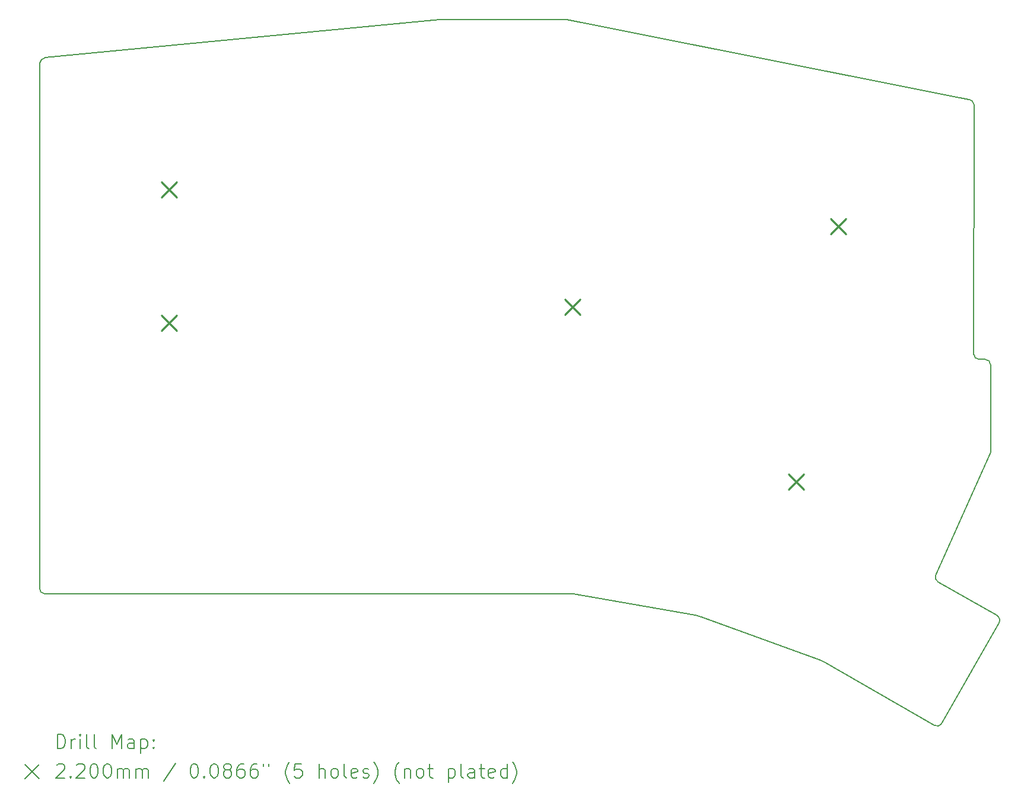
<source format=gbr>
%TF.GenerationSoftware,KiCad,Pcbnew,8.0.0*%
%TF.CreationDate,2024-03-14T17:27:22+09:00*%
%TF.ProjectId,Pinky3,50696e6b-7933-42e6-9b69-6361645f7063,0.3*%
%TF.SameCoordinates,Original*%
%TF.FileFunction,Drillmap*%
%TF.FilePolarity,Positive*%
%FSLAX45Y45*%
G04 Gerber Fmt 4.5, Leading zero omitted, Abs format (unit mm)*
G04 Created by KiCad (PCBNEW 8.0.0) date 2024-03-14 17:27:22*
%MOMM*%
%LPD*%
G01*
G04 APERTURE LIST*
%ADD10C,0.150000*%
%ADD11C,0.200000*%
%ADD12C,0.220000*%
G04 APERTURE END LIST*
D10*
X17590000Y-10280000D02*
G75*
G02*
X17670000Y-10360000I0J-80000D01*
G01*
X17501395Y-10279551D02*
G75*
G02*
X17431399Y-10209551I5J70001D01*
G01*
X17670000Y-10360000D02*
X17670000Y-11610000D01*
X4100000Y-13560000D02*
X4100000Y-6050000D01*
X13460000Y-13940000D02*
X13540000Y-13960000D01*
X17433201Y-6638736D02*
X17431395Y-10209551D01*
X13540000Y-13960000D02*
X15240000Y-14580000D01*
X11610000Y-13630000D02*
X11710000Y-13630000D01*
X11620000Y-5430000D02*
X17364032Y-6567720D01*
X16890000Y-13370000D02*
X17670000Y-11610000D01*
X17501395Y-10279551D02*
X17590000Y-10280000D01*
X17790000Y-14050000D02*
X16970000Y-15490000D01*
X16920000Y-13460000D02*
G75*
G02*
X16890000Y-13370000I30000J60000D01*
G01*
X15310000Y-14610000D02*
X16870000Y-15510000D01*
X16920000Y-13460000D02*
X17760000Y-13940000D01*
X4170000Y-13630000D02*
G75*
G02*
X4100000Y-13560000I0J70000D01*
G01*
X9810000Y-5430000D02*
X11620000Y-5430000D01*
X11610000Y-13630000D02*
X4170000Y-13630000D01*
X16970000Y-15490000D02*
G75*
G02*
X16870000Y-15510000I-60000J40000D01*
G01*
X4180000Y-5970000D02*
X9810000Y-5430000D01*
X15240000Y-14580000D02*
X15310000Y-14610000D01*
X11710000Y-13630000D02*
X13460000Y-13940000D01*
X17363270Y-6568745D02*
G75*
G02*
X17433203Y-6638736I-10070J-79995D01*
G01*
X17760000Y-13940000D02*
G75*
G02*
X17790000Y-14050000I-40000J-70000D01*
G01*
X4099415Y-6053186D02*
G75*
G02*
X4180000Y-5970000I100585J-16814D01*
G01*
D11*
D12*
X5840000Y-7745000D02*
X6060000Y-7965000D01*
X6060000Y-7745000D02*
X5840000Y-7965000D01*
X5840000Y-9650000D02*
X6060000Y-9870000D01*
X6060000Y-9650000D02*
X5840000Y-9870000D01*
X11597761Y-9422352D02*
X11817761Y-9642352D01*
X11817761Y-9422352D02*
X11597761Y-9642352D01*
X14790000Y-11920000D02*
X15010000Y-12140000D01*
X15010000Y-11920000D02*
X14790000Y-12140000D01*
X15384000Y-8272000D02*
X15604000Y-8492000D01*
X15604000Y-8272000D02*
X15384000Y-8492000D01*
D11*
X4352692Y-15841095D02*
X4352692Y-15641095D01*
X4352692Y-15641095D02*
X4400311Y-15641095D01*
X4400311Y-15641095D02*
X4428883Y-15650619D01*
X4428883Y-15650619D02*
X4447930Y-15669666D01*
X4447930Y-15669666D02*
X4457454Y-15688714D01*
X4457454Y-15688714D02*
X4466978Y-15726809D01*
X4466978Y-15726809D02*
X4466978Y-15755380D01*
X4466978Y-15755380D02*
X4457454Y-15793476D01*
X4457454Y-15793476D02*
X4447930Y-15812523D01*
X4447930Y-15812523D02*
X4428883Y-15831571D01*
X4428883Y-15831571D02*
X4400311Y-15841095D01*
X4400311Y-15841095D02*
X4352692Y-15841095D01*
X4552692Y-15841095D02*
X4552692Y-15707761D01*
X4552692Y-15745857D02*
X4562216Y-15726809D01*
X4562216Y-15726809D02*
X4571740Y-15717285D01*
X4571740Y-15717285D02*
X4590787Y-15707761D01*
X4590787Y-15707761D02*
X4609835Y-15707761D01*
X4676502Y-15841095D02*
X4676502Y-15707761D01*
X4676502Y-15641095D02*
X4666978Y-15650619D01*
X4666978Y-15650619D02*
X4676502Y-15660142D01*
X4676502Y-15660142D02*
X4686025Y-15650619D01*
X4686025Y-15650619D02*
X4676502Y-15641095D01*
X4676502Y-15641095D02*
X4676502Y-15660142D01*
X4800311Y-15841095D02*
X4781264Y-15831571D01*
X4781264Y-15831571D02*
X4771740Y-15812523D01*
X4771740Y-15812523D02*
X4771740Y-15641095D01*
X4905073Y-15841095D02*
X4886025Y-15831571D01*
X4886025Y-15831571D02*
X4876502Y-15812523D01*
X4876502Y-15812523D02*
X4876502Y-15641095D01*
X5133645Y-15841095D02*
X5133645Y-15641095D01*
X5133645Y-15641095D02*
X5200311Y-15783952D01*
X5200311Y-15783952D02*
X5266978Y-15641095D01*
X5266978Y-15641095D02*
X5266978Y-15841095D01*
X5447930Y-15841095D02*
X5447930Y-15736333D01*
X5447930Y-15736333D02*
X5438406Y-15717285D01*
X5438406Y-15717285D02*
X5419359Y-15707761D01*
X5419359Y-15707761D02*
X5381264Y-15707761D01*
X5381264Y-15707761D02*
X5362216Y-15717285D01*
X5447930Y-15831571D02*
X5428883Y-15841095D01*
X5428883Y-15841095D02*
X5381264Y-15841095D01*
X5381264Y-15841095D02*
X5362216Y-15831571D01*
X5362216Y-15831571D02*
X5352692Y-15812523D01*
X5352692Y-15812523D02*
X5352692Y-15793476D01*
X5352692Y-15793476D02*
X5362216Y-15774428D01*
X5362216Y-15774428D02*
X5381264Y-15764904D01*
X5381264Y-15764904D02*
X5428883Y-15764904D01*
X5428883Y-15764904D02*
X5447930Y-15755380D01*
X5543168Y-15707761D02*
X5543168Y-15907761D01*
X5543168Y-15717285D02*
X5562216Y-15707761D01*
X5562216Y-15707761D02*
X5600311Y-15707761D01*
X5600311Y-15707761D02*
X5619359Y-15717285D01*
X5619359Y-15717285D02*
X5628883Y-15726809D01*
X5628883Y-15726809D02*
X5638406Y-15745857D01*
X5638406Y-15745857D02*
X5638406Y-15802999D01*
X5638406Y-15802999D02*
X5628883Y-15822047D01*
X5628883Y-15822047D02*
X5619359Y-15831571D01*
X5619359Y-15831571D02*
X5600311Y-15841095D01*
X5600311Y-15841095D02*
X5562216Y-15841095D01*
X5562216Y-15841095D02*
X5543168Y-15831571D01*
X5724121Y-15822047D02*
X5733644Y-15831571D01*
X5733644Y-15831571D02*
X5724121Y-15841095D01*
X5724121Y-15841095D02*
X5714597Y-15831571D01*
X5714597Y-15831571D02*
X5724121Y-15822047D01*
X5724121Y-15822047D02*
X5724121Y-15841095D01*
X5724121Y-15717285D02*
X5733644Y-15726809D01*
X5733644Y-15726809D02*
X5724121Y-15736333D01*
X5724121Y-15736333D02*
X5714597Y-15726809D01*
X5714597Y-15726809D02*
X5724121Y-15717285D01*
X5724121Y-15717285D02*
X5724121Y-15736333D01*
X3891915Y-16069611D02*
X4091915Y-16269611D01*
X4091915Y-16069611D02*
X3891915Y-16269611D01*
X4343168Y-16080142D02*
X4352692Y-16070619D01*
X4352692Y-16070619D02*
X4371740Y-16061095D01*
X4371740Y-16061095D02*
X4419359Y-16061095D01*
X4419359Y-16061095D02*
X4438406Y-16070619D01*
X4438406Y-16070619D02*
X4447930Y-16080142D01*
X4447930Y-16080142D02*
X4457454Y-16099190D01*
X4457454Y-16099190D02*
X4457454Y-16118238D01*
X4457454Y-16118238D02*
X4447930Y-16146809D01*
X4447930Y-16146809D02*
X4333645Y-16261095D01*
X4333645Y-16261095D02*
X4457454Y-16261095D01*
X4543168Y-16242047D02*
X4552692Y-16251571D01*
X4552692Y-16251571D02*
X4543168Y-16261095D01*
X4543168Y-16261095D02*
X4533645Y-16251571D01*
X4533645Y-16251571D02*
X4543168Y-16242047D01*
X4543168Y-16242047D02*
X4543168Y-16261095D01*
X4628883Y-16080142D02*
X4638406Y-16070619D01*
X4638406Y-16070619D02*
X4657454Y-16061095D01*
X4657454Y-16061095D02*
X4705073Y-16061095D01*
X4705073Y-16061095D02*
X4724121Y-16070619D01*
X4724121Y-16070619D02*
X4733645Y-16080142D01*
X4733645Y-16080142D02*
X4743168Y-16099190D01*
X4743168Y-16099190D02*
X4743168Y-16118238D01*
X4743168Y-16118238D02*
X4733645Y-16146809D01*
X4733645Y-16146809D02*
X4619359Y-16261095D01*
X4619359Y-16261095D02*
X4743168Y-16261095D01*
X4866978Y-16061095D02*
X4886026Y-16061095D01*
X4886026Y-16061095D02*
X4905073Y-16070619D01*
X4905073Y-16070619D02*
X4914597Y-16080142D01*
X4914597Y-16080142D02*
X4924121Y-16099190D01*
X4924121Y-16099190D02*
X4933645Y-16137285D01*
X4933645Y-16137285D02*
X4933645Y-16184904D01*
X4933645Y-16184904D02*
X4924121Y-16222999D01*
X4924121Y-16222999D02*
X4914597Y-16242047D01*
X4914597Y-16242047D02*
X4905073Y-16251571D01*
X4905073Y-16251571D02*
X4886026Y-16261095D01*
X4886026Y-16261095D02*
X4866978Y-16261095D01*
X4866978Y-16261095D02*
X4847930Y-16251571D01*
X4847930Y-16251571D02*
X4838406Y-16242047D01*
X4838406Y-16242047D02*
X4828883Y-16222999D01*
X4828883Y-16222999D02*
X4819359Y-16184904D01*
X4819359Y-16184904D02*
X4819359Y-16137285D01*
X4819359Y-16137285D02*
X4828883Y-16099190D01*
X4828883Y-16099190D02*
X4838406Y-16080142D01*
X4838406Y-16080142D02*
X4847930Y-16070619D01*
X4847930Y-16070619D02*
X4866978Y-16061095D01*
X5057454Y-16061095D02*
X5076502Y-16061095D01*
X5076502Y-16061095D02*
X5095549Y-16070619D01*
X5095549Y-16070619D02*
X5105073Y-16080142D01*
X5105073Y-16080142D02*
X5114597Y-16099190D01*
X5114597Y-16099190D02*
X5124121Y-16137285D01*
X5124121Y-16137285D02*
X5124121Y-16184904D01*
X5124121Y-16184904D02*
X5114597Y-16222999D01*
X5114597Y-16222999D02*
X5105073Y-16242047D01*
X5105073Y-16242047D02*
X5095549Y-16251571D01*
X5095549Y-16251571D02*
X5076502Y-16261095D01*
X5076502Y-16261095D02*
X5057454Y-16261095D01*
X5057454Y-16261095D02*
X5038406Y-16251571D01*
X5038406Y-16251571D02*
X5028883Y-16242047D01*
X5028883Y-16242047D02*
X5019359Y-16222999D01*
X5019359Y-16222999D02*
X5009835Y-16184904D01*
X5009835Y-16184904D02*
X5009835Y-16137285D01*
X5009835Y-16137285D02*
X5019359Y-16099190D01*
X5019359Y-16099190D02*
X5028883Y-16080142D01*
X5028883Y-16080142D02*
X5038406Y-16070619D01*
X5038406Y-16070619D02*
X5057454Y-16061095D01*
X5209835Y-16261095D02*
X5209835Y-16127761D01*
X5209835Y-16146809D02*
X5219359Y-16137285D01*
X5219359Y-16137285D02*
X5238406Y-16127761D01*
X5238406Y-16127761D02*
X5266978Y-16127761D01*
X5266978Y-16127761D02*
X5286026Y-16137285D01*
X5286026Y-16137285D02*
X5295549Y-16156333D01*
X5295549Y-16156333D02*
X5295549Y-16261095D01*
X5295549Y-16156333D02*
X5305073Y-16137285D01*
X5305073Y-16137285D02*
X5324121Y-16127761D01*
X5324121Y-16127761D02*
X5352692Y-16127761D01*
X5352692Y-16127761D02*
X5371740Y-16137285D01*
X5371740Y-16137285D02*
X5381264Y-16156333D01*
X5381264Y-16156333D02*
X5381264Y-16261095D01*
X5476502Y-16261095D02*
X5476502Y-16127761D01*
X5476502Y-16146809D02*
X5486026Y-16137285D01*
X5486026Y-16137285D02*
X5505073Y-16127761D01*
X5505073Y-16127761D02*
X5533645Y-16127761D01*
X5533645Y-16127761D02*
X5552692Y-16137285D01*
X5552692Y-16137285D02*
X5562216Y-16156333D01*
X5562216Y-16156333D02*
X5562216Y-16261095D01*
X5562216Y-16156333D02*
X5571740Y-16137285D01*
X5571740Y-16137285D02*
X5590787Y-16127761D01*
X5590787Y-16127761D02*
X5619359Y-16127761D01*
X5619359Y-16127761D02*
X5638406Y-16137285D01*
X5638406Y-16137285D02*
X5647930Y-16156333D01*
X5647930Y-16156333D02*
X5647930Y-16261095D01*
X6038406Y-16051571D02*
X5866978Y-16308714D01*
X6295549Y-16061095D02*
X6314597Y-16061095D01*
X6314597Y-16061095D02*
X6333645Y-16070619D01*
X6333645Y-16070619D02*
X6343168Y-16080142D01*
X6343168Y-16080142D02*
X6352692Y-16099190D01*
X6352692Y-16099190D02*
X6362216Y-16137285D01*
X6362216Y-16137285D02*
X6362216Y-16184904D01*
X6362216Y-16184904D02*
X6352692Y-16222999D01*
X6352692Y-16222999D02*
X6343168Y-16242047D01*
X6343168Y-16242047D02*
X6333645Y-16251571D01*
X6333645Y-16251571D02*
X6314597Y-16261095D01*
X6314597Y-16261095D02*
X6295549Y-16261095D01*
X6295549Y-16261095D02*
X6276502Y-16251571D01*
X6276502Y-16251571D02*
X6266978Y-16242047D01*
X6266978Y-16242047D02*
X6257454Y-16222999D01*
X6257454Y-16222999D02*
X6247930Y-16184904D01*
X6247930Y-16184904D02*
X6247930Y-16137285D01*
X6247930Y-16137285D02*
X6257454Y-16099190D01*
X6257454Y-16099190D02*
X6266978Y-16080142D01*
X6266978Y-16080142D02*
X6276502Y-16070619D01*
X6276502Y-16070619D02*
X6295549Y-16061095D01*
X6447930Y-16242047D02*
X6457454Y-16251571D01*
X6457454Y-16251571D02*
X6447930Y-16261095D01*
X6447930Y-16261095D02*
X6438407Y-16251571D01*
X6438407Y-16251571D02*
X6447930Y-16242047D01*
X6447930Y-16242047D02*
X6447930Y-16261095D01*
X6581264Y-16061095D02*
X6600311Y-16061095D01*
X6600311Y-16061095D02*
X6619359Y-16070619D01*
X6619359Y-16070619D02*
X6628883Y-16080142D01*
X6628883Y-16080142D02*
X6638407Y-16099190D01*
X6638407Y-16099190D02*
X6647930Y-16137285D01*
X6647930Y-16137285D02*
X6647930Y-16184904D01*
X6647930Y-16184904D02*
X6638407Y-16222999D01*
X6638407Y-16222999D02*
X6628883Y-16242047D01*
X6628883Y-16242047D02*
X6619359Y-16251571D01*
X6619359Y-16251571D02*
X6600311Y-16261095D01*
X6600311Y-16261095D02*
X6581264Y-16261095D01*
X6581264Y-16261095D02*
X6562216Y-16251571D01*
X6562216Y-16251571D02*
X6552692Y-16242047D01*
X6552692Y-16242047D02*
X6543168Y-16222999D01*
X6543168Y-16222999D02*
X6533645Y-16184904D01*
X6533645Y-16184904D02*
X6533645Y-16137285D01*
X6533645Y-16137285D02*
X6543168Y-16099190D01*
X6543168Y-16099190D02*
X6552692Y-16080142D01*
X6552692Y-16080142D02*
X6562216Y-16070619D01*
X6562216Y-16070619D02*
X6581264Y-16061095D01*
X6762216Y-16146809D02*
X6743168Y-16137285D01*
X6743168Y-16137285D02*
X6733645Y-16127761D01*
X6733645Y-16127761D02*
X6724121Y-16108714D01*
X6724121Y-16108714D02*
X6724121Y-16099190D01*
X6724121Y-16099190D02*
X6733645Y-16080142D01*
X6733645Y-16080142D02*
X6743168Y-16070619D01*
X6743168Y-16070619D02*
X6762216Y-16061095D01*
X6762216Y-16061095D02*
X6800311Y-16061095D01*
X6800311Y-16061095D02*
X6819359Y-16070619D01*
X6819359Y-16070619D02*
X6828883Y-16080142D01*
X6828883Y-16080142D02*
X6838407Y-16099190D01*
X6838407Y-16099190D02*
X6838407Y-16108714D01*
X6838407Y-16108714D02*
X6828883Y-16127761D01*
X6828883Y-16127761D02*
X6819359Y-16137285D01*
X6819359Y-16137285D02*
X6800311Y-16146809D01*
X6800311Y-16146809D02*
X6762216Y-16146809D01*
X6762216Y-16146809D02*
X6743168Y-16156333D01*
X6743168Y-16156333D02*
X6733645Y-16165857D01*
X6733645Y-16165857D02*
X6724121Y-16184904D01*
X6724121Y-16184904D02*
X6724121Y-16222999D01*
X6724121Y-16222999D02*
X6733645Y-16242047D01*
X6733645Y-16242047D02*
X6743168Y-16251571D01*
X6743168Y-16251571D02*
X6762216Y-16261095D01*
X6762216Y-16261095D02*
X6800311Y-16261095D01*
X6800311Y-16261095D02*
X6819359Y-16251571D01*
X6819359Y-16251571D02*
X6828883Y-16242047D01*
X6828883Y-16242047D02*
X6838407Y-16222999D01*
X6838407Y-16222999D02*
X6838407Y-16184904D01*
X6838407Y-16184904D02*
X6828883Y-16165857D01*
X6828883Y-16165857D02*
X6819359Y-16156333D01*
X6819359Y-16156333D02*
X6800311Y-16146809D01*
X7009835Y-16061095D02*
X6971740Y-16061095D01*
X6971740Y-16061095D02*
X6952692Y-16070619D01*
X6952692Y-16070619D02*
X6943168Y-16080142D01*
X6943168Y-16080142D02*
X6924121Y-16108714D01*
X6924121Y-16108714D02*
X6914597Y-16146809D01*
X6914597Y-16146809D02*
X6914597Y-16222999D01*
X6914597Y-16222999D02*
X6924121Y-16242047D01*
X6924121Y-16242047D02*
X6933645Y-16251571D01*
X6933645Y-16251571D02*
X6952692Y-16261095D01*
X6952692Y-16261095D02*
X6990788Y-16261095D01*
X6990788Y-16261095D02*
X7009835Y-16251571D01*
X7009835Y-16251571D02*
X7019359Y-16242047D01*
X7019359Y-16242047D02*
X7028883Y-16222999D01*
X7028883Y-16222999D02*
X7028883Y-16175380D01*
X7028883Y-16175380D02*
X7019359Y-16156333D01*
X7019359Y-16156333D02*
X7009835Y-16146809D01*
X7009835Y-16146809D02*
X6990788Y-16137285D01*
X6990788Y-16137285D02*
X6952692Y-16137285D01*
X6952692Y-16137285D02*
X6933645Y-16146809D01*
X6933645Y-16146809D02*
X6924121Y-16156333D01*
X6924121Y-16156333D02*
X6914597Y-16175380D01*
X7200311Y-16061095D02*
X7162216Y-16061095D01*
X7162216Y-16061095D02*
X7143168Y-16070619D01*
X7143168Y-16070619D02*
X7133645Y-16080142D01*
X7133645Y-16080142D02*
X7114597Y-16108714D01*
X7114597Y-16108714D02*
X7105073Y-16146809D01*
X7105073Y-16146809D02*
X7105073Y-16222999D01*
X7105073Y-16222999D02*
X7114597Y-16242047D01*
X7114597Y-16242047D02*
X7124121Y-16251571D01*
X7124121Y-16251571D02*
X7143168Y-16261095D01*
X7143168Y-16261095D02*
X7181264Y-16261095D01*
X7181264Y-16261095D02*
X7200311Y-16251571D01*
X7200311Y-16251571D02*
X7209835Y-16242047D01*
X7209835Y-16242047D02*
X7219359Y-16222999D01*
X7219359Y-16222999D02*
X7219359Y-16175380D01*
X7219359Y-16175380D02*
X7209835Y-16156333D01*
X7209835Y-16156333D02*
X7200311Y-16146809D01*
X7200311Y-16146809D02*
X7181264Y-16137285D01*
X7181264Y-16137285D02*
X7143168Y-16137285D01*
X7143168Y-16137285D02*
X7124121Y-16146809D01*
X7124121Y-16146809D02*
X7114597Y-16156333D01*
X7114597Y-16156333D02*
X7105073Y-16175380D01*
X7295549Y-16061095D02*
X7295549Y-16099190D01*
X7371740Y-16061095D02*
X7371740Y-16099190D01*
X7666978Y-16337285D02*
X7657454Y-16327761D01*
X7657454Y-16327761D02*
X7638407Y-16299190D01*
X7638407Y-16299190D02*
X7628883Y-16280142D01*
X7628883Y-16280142D02*
X7619359Y-16251571D01*
X7619359Y-16251571D02*
X7609835Y-16203952D01*
X7609835Y-16203952D02*
X7609835Y-16165857D01*
X7609835Y-16165857D02*
X7619359Y-16118238D01*
X7619359Y-16118238D02*
X7628883Y-16089666D01*
X7628883Y-16089666D02*
X7638407Y-16070619D01*
X7638407Y-16070619D02*
X7657454Y-16042047D01*
X7657454Y-16042047D02*
X7666978Y-16032523D01*
X7838407Y-16061095D02*
X7743169Y-16061095D01*
X7743169Y-16061095D02*
X7733645Y-16156333D01*
X7733645Y-16156333D02*
X7743169Y-16146809D01*
X7743169Y-16146809D02*
X7762216Y-16137285D01*
X7762216Y-16137285D02*
X7809835Y-16137285D01*
X7809835Y-16137285D02*
X7828883Y-16146809D01*
X7828883Y-16146809D02*
X7838407Y-16156333D01*
X7838407Y-16156333D02*
X7847930Y-16175380D01*
X7847930Y-16175380D02*
X7847930Y-16222999D01*
X7847930Y-16222999D02*
X7838407Y-16242047D01*
X7838407Y-16242047D02*
X7828883Y-16251571D01*
X7828883Y-16251571D02*
X7809835Y-16261095D01*
X7809835Y-16261095D02*
X7762216Y-16261095D01*
X7762216Y-16261095D02*
X7743169Y-16251571D01*
X7743169Y-16251571D02*
X7733645Y-16242047D01*
X8086026Y-16261095D02*
X8086026Y-16061095D01*
X8171740Y-16261095D02*
X8171740Y-16156333D01*
X8171740Y-16156333D02*
X8162216Y-16137285D01*
X8162216Y-16137285D02*
X8143169Y-16127761D01*
X8143169Y-16127761D02*
X8114597Y-16127761D01*
X8114597Y-16127761D02*
X8095550Y-16137285D01*
X8095550Y-16137285D02*
X8086026Y-16146809D01*
X8295550Y-16261095D02*
X8276502Y-16251571D01*
X8276502Y-16251571D02*
X8266978Y-16242047D01*
X8266978Y-16242047D02*
X8257454Y-16222999D01*
X8257454Y-16222999D02*
X8257454Y-16165857D01*
X8257454Y-16165857D02*
X8266978Y-16146809D01*
X8266978Y-16146809D02*
X8276502Y-16137285D01*
X8276502Y-16137285D02*
X8295550Y-16127761D01*
X8295550Y-16127761D02*
X8324121Y-16127761D01*
X8324121Y-16127761D02*
X8343169Y-16137285D01*
X8343169Y-16137285D02*
X8352692Y-16146809D01*
X8352692Y-16146809D02*
X8362216Y-16165857D01*
X8362216Y-16165857D02*
X8362216Y-16222999D01*
X8362216Y-16222999D02*
X8352692Y-16242047D01*
X8352692Y-16242047D02*
X8343169Y-16251571D01*
X8343169Y-16251571D02*
X8324121Y-16261095D01*
X8324121Y-16261095D02*
X8295550Y-16261095D01*
X8476502Y-16261095D02*
X8457454Y-16251571D01*
X8457454Y-16251571D02*
X8447931Y-16232523D01*
X8447931Y-16232523D02*
X8447931Y-16061095D01*
X8628883Y-16251571D02*
X8609835Y-16261095D01*
X8609835Y-16261095D02*
X8571740Y-16261095D01*
X8571740Y-16261095D02*
X8552693Y-16251571D01*
X8552693Y-16251571D02*
X8543169Y-16232523D01*
X8543169Y-16232523D02*
X8543169Y-16156333D01*
X8543169Y-16156333D02*
X8552693Y-16137285D01*
X8552693Y-16137285D02*
X8571740Y-16127761D01*
X8571740Y-16127761D02*
X8609835Y-16127761D01*
X8609835Y-16127761D02*
X8628883Y-16137285D01*
X8628883Y-16137285D02*
X8638407Y-16156333D01*
X8638407Y-16156333D02*
X8638407Y-16175380D01*
X8638407Y-16175380D02*
X8543169Y-16194428D01*
X8714597Y-16251571D02*
X8733645Y-16261095D01*
X8733645Y-16261095D02*
X8771740Y-16261095D01*
X8771740Y-16261095D02*
X8790788Y-16251571D01*
X8790788Y-16251571D02*
X8800312Y-16232523D01*
X8800312Y-16232523D02*
X8800312Y-16222999D01*
X8800312Y-16222999D02*
X8790788Y-16203952D01*
X8790788Y-16203952D02*
X8771740Y-16194428D01*
X8771740Y-16194428D02*
X8743169Y-16194428D01*
X8743169Y-16194428D02*
X8724121Y-16184904D01*
X8724121Y-16184904D02*
X8714597Y-16165857D01*
X8714597Y-16165857D02*
X8714597Y-16156333D01*
X8714597Y-16156333D02*
X8724121Y-16137285D01*
X8724121Y-16137285D02*
X8743169Y-16127761D01*
X8743169Y-16127761D02*
X8771740Y-16127761D01*
X8771740Y-16127761D02*
X8790788Y-16137285D01*
X8866978Y-16337285D02*
X8876502Y-16327761D01*
X8876502Y-16327761D02*
X8895550Y-16299190D01*
X8895550Y-16299190D02*
X8905074Y-16280142D01*
X8905074Y-16280142D02*
X8914597Y-16251571D01*
X8914597Y-16251571D02*
X8924121Y-16203952D01*
X8924121Y-16203952D02*
X8924121Y-16165857D01*
X8924121Y-16165857D02*
X8914597Y-16118238D01*
X8914597Y-16118238D02*
X8905074Y-16089666D01*
X8905074Y-16089666D02*
X8895550Y-16070619D01*
X8895550Y-16070619D02*
X8876502Y-16042047D01*
X8876502Y-16042047D02*
X8866978Y-16032523D01*
X9228883Y-16337285D02*
X9219359Y-16327761D01*
X9219359Y-16327761D02*
X9200312Y-16299190D01*
X9200312Y-16299190D02*
X9190788Y-16280142D01*
X9190788Y-16280142D02*
X9181264Y-16251571D01*
X9181264Y-16251571D02*
X9171740Y-16203952D01*
X9171740Y-16203952D02*
X9171740Y-16165857D01*
X9171740Y-16165857D02*
X9181264Y-16118238D01*
X9181264Y-16118238D02*
X9190788Y-16089666D01*
X9190788Y-16089666D02*
X9200312Y-16070619D01*
X9200312Y-16070619D02*
X9219359Y-16042047D01*
X9219359Y-16042047D02*
X9228883Y-16032523D01*
X9305074Y-16127761D02*
X9305074Y-16261095D01*
X9305074Y-16146809D02*
X9314597Y-16137285D01*
X9314597Y-16137285D02*
X9333645Y-16127761D01*
X9333645Y-16127761D02*
X9362216Y-16127761D01*
X9362216Y-16127761D02*
X9381264Y-16137285D01*
X9381264Y-16137285D02*
X9390788Y-16156333D01*
X9390788Y-16156333D02*
X9390788Y-16261095D01*
X9514597Y-16261095D02*
X9495550Y-16251571D01*
X9495550Y-16251571D02*
X9486026Y-16242047D01*
X9486026Y-16242047D02*
X9476502Y-16222999D01*
X9476502Y-16222999D02*
X9476502Y-16165857D01*
X9476502Y-16165857D02*
X9486026Y-16146809D01*
X9486026Y-16146809D02*
X9495550Y-16137285D01*
X9495550Y-16137285D02*
X9514597Y-16127761D01*
X9514597Y-16127761D02*
X9543169Y-16127761D01*
X9543169Y-16127761D02*
X9562216Y-16137285D01*
X9562216Y-16137285D02*
X9571740Y-16146809D01*
X9571740Y-16146809D02*
X9581264Y-16165857D01*
X9581264Y-16165857D02*
X9581264Y-16222999D01*
X9581264Y-16222999D02*
X9571740Y-16242047D01*
X9571740Y-16242047D02*
X9562216Y-16251571D01*
X9562216Y-16251571D02*
X9543169Y-16261095D01*
X9543169Y-16261095D02*
X9514597Y-16261095D01*
X9638407Y-16127761D02*
X9714597Y-16127761D01*
X9666978Y-16061095D02*
X9666978Y-16232523D01*
X9666978Y-16232523D02*
X9676502Y-16251571D01*
X9676502Y-16251571D02*
X9695550Y-16261095D01*
X9695550Y-16261095D02*
X9714597Y-16261095D01*
X9933645Y-16127761D02*
X9933645Y-16327761D01*
X9933645Y-16137285D02*
X9952693Y-16127761D01*
X9952693Y-16127761D02*
X9990788Y-16127761D01*
X9990788Y-16127761D02*
X10009836Y-16137285D01*
X10009836Y-16137285D02*
X10019359Y-16146809D01*
X10019359Y-16146809D02*
X10028883Y-16165857D01*
X10028883Y-16165857D02*
X10028883Y-16222999D01*
X10028883Y-16222999D02*
X10019359Y-16242047D01*
X10019359Y-16242047D02*
X10009836Y-16251571D01*
X10009836Y-16251571D02*
X9990788Y-16261095D01*
X9990788Y-16261095D02*
X9952693Y-16261095D01*
X9952693Y-16261095D02*
X9933645Y-16251571D01*
X10143169Y-16261095D02*
X10124121Y-16251571D01*
X10124121Y-16251571D02*
X10114597Y-16232523D01*
X10114597Y-16232523D02*
X10114597Y-16061095D01*
X10305074Y-16261095D02*
X10305074Y-16156333D01*
X10305074Y-16156333D02*
X10295550Y-16137285D01*
X10295550Y-16137285D02*
X10276502Y-16127761D01*
X10276502Y-16127761D02*
X10238407Y-16127761D01*
X10238407Y-16127761D02*
X10219359Y-16137285D01*
X10305074Y-16251571D02*
X10286026Y-16261095D01*
X10286026Y-16261095D02*
X10238407Y-16261095D01*
X10238407Y-16261095D02*
X10219359Y-16251571D01*
X10219359Y-16251571D02*
X10209836Y-16232523D01*
X10209836Y-16232523D02*
X10209836Y-16213476D01*
X10209836Y-16213476D02*
X10219359Y-16194428D01*
X10219359Y-16194428D02*
X10238407Y-16184904D01*
X10238407Y-16184904D02*
X10286026Y-16184904D01*
X10286026Y-16184904D02*
X10305074Y-16175380D01*
X10371740Y-16127761D02*
X10447931Y-16127761D01*
X10400312Y-16061095D02*
X10400312Y-16232523D01*
X10400312Y-16232523D02*
X10409836Y-16251571D01*
X10409836Y-16251571D02*
X10428883Y-16261095D01*
X10428883Y-16261095D02*
X10447931Y-16261095D01*
X10590788Y-16251571D02*
X10571740Y-16261095D01*
X10571740Y-16261095D02*
X10533645Y-16261095D01*
X10533645Y-16261095D02*
X10514597Y-16251571D01*
X10514597Y-16251571D02*
X10505074Y-16232523D01*
X10505074Y-16232523D02*
X10505074Y-16156333D01*
X10505074Y-16156333D02*
X10514597Y-16137285D01*
X10514597Y-16137285D02*
X10533645Y-16127761D01*
X10533645Y-16127761D02*
X10571740Y-16127761D01*
X10571740Y-16127761D02*
X10590788Y-16137285D01*
X10590788Y-16137285D02*
X10600312Y-16156333D01*
X10600312Y-16156333D02*
X10600312Y-16175380D01*
X10600312Y-16175380D02*
X10505074Y-16194428D01*
X10771740Y-16261095D02*
X10771740Y-16061095D01*
X10771740Y-16251571D02*
X10752693Y-16261095D01*
X10752693Y-16261095D02*
X10714597Y-16261095D01*
X10714597Y-16261095D02*
X10695550Y-16251571D01*
X10695550Y-16251571D02*
X10686026Y-16242047D01*
X10686026Y-16242047D02*
X10676502Y-16222999D01*
X10676502Y-16222999D02*
X10676502Y-16165857D01*
X10676502Y-16165857D02*
X10686026Y-16146809D01*
X10686026Y-16146809D02*
X10695550Y-16137285D01*
X10695550Y-16137285D02*
X10714597Y-16127761D01*
X10714597Y-16127761D02*
X10752693Y-16127761D01*
X10752693Y-16127761D02*
X10771740Y-16137285D01*
X10847931Y-16337285D02*
X10857455Y-16327761D01*
X10857455Y-16327761D02*
X10876502Y-16299190D01*
X10876502Y-16299190D02*
X10886026Y-16280142D01*
X10886026Y-16280142D02*
X10895550Y-16251571D01*
X10895550Y-16251571D02*
X10905074Y-16203952D01*
X10905074Y-16203952D02*
X10905074Y-16165857D01*
X10905074Y-16165857D02*
X10895550Y-16118238D01*
X10895550Y-16118238D02*
X10886026Y-16089666D01*
X10886026Y-16089666D02*
X10876502Y-16070619D01*
X10876502Y-16070619D02*
X10857455Y-16042047D01*
X10857455Y-16042047D02*
X10847931Y-16032523D01*
M02*

</source>
